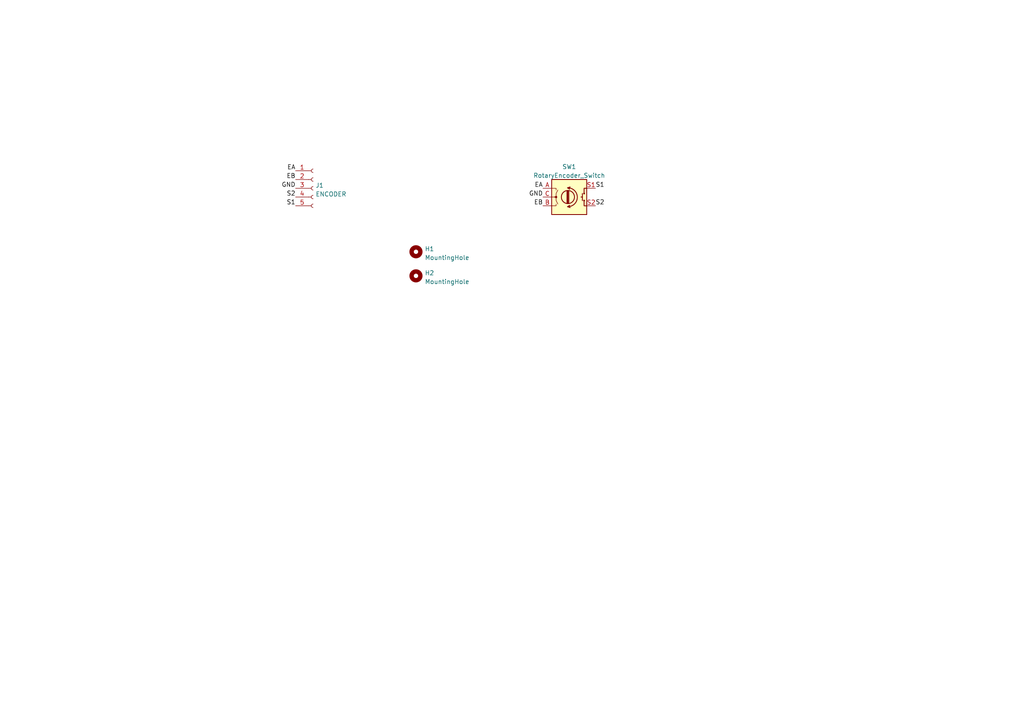
<source format=kicad_sch>
(kicad_sch (version 20211123) (generator eeschema)
  (paper "A4")
  (lib_symbols
    (symbol "Connector:Conn_01x05_Female" (pin_names (offset 1.016) hide)
      (property "Reference" "J" (at 0 7.62 0))
      (property "Value" "Conn_01x05_Female" (at 0 -7.62 0))
      (symbol "Conn_01x05_Female_1_1"
        (arc (start 0 -4.572) (mid -0.508 -5.08) (end 0 -5.588) (stroke (width 0.1524)))
        (arc (start 0 -2.032) (mid -0.508 -2.54) (end 0 -3.048) (stroke (width 0.1524)))
        (polyline (pts (xy -1.27 -5.08) (xy -0.508 -5.08)) (stroke (width 0.1524)))
        (polyline (pts (xy -1.27 -2.54) (xy -0.508 -2.54)) (stroke (width 0.1524)))
        (polyline (pts (xy -1.27 0) (xy -0.508 0)) (stroke (width 0.1524)))
        (polyline (pts (xy -1.27 2.54) (xy -0.508 2.54)) (stroke (width 0.1524)))
        (polyline (pts (xy -1.27 5.08) (xy -0.508 5.08)) (stroke (width 0.1524)))
        (arc (start 0 0.508) (mid -0.508 0) (end 0 -0.508) (stroke (width 0.1524)))
        (arc (start 0 3.048) (mid -0.508 2.54) (end 0 2.032) (stroke (width 0.1524)))
        (arc (start 0 5.588) (mid -0.508 5.08) (end 0 4.572) (stroke (width 0.1524)))
        (pin passive line (at -5.08 5.08 0) (length 3.81) (name "Pin_1") (number "1"))
        (pin passive line (at -5.08 2.54 0) (length 3.81) (name "Pin_2") (number "2"))
        (pin passive line (at -5.08 0 0) (length 3.81) (name "Pin_3") (number "3"))
        (pin passive line (at -5.08 -2.54 0) (length 3.81) (name "Pin_4") (number "4"))
        (pin passive line (at -5.08 -5.08 0) (length 3.81) (name "Pin_5") (number "5"))
      )
    )
    (symbol "Device:RotaryEncoder_Switch" (pin_names (offset 0.254) hide)
      (property "Reference" "SW" (at 0 6.604 0))
      (property "Value" "RotaryEncoder_Switch" (at 0 -6.604 0))
      (symbol "RotaryEncoder_Switch_0_1"
        (rectangle (start -5.08 5.08) (end 5.08 -5.08) (stroke (width 0.254)) (fill (type background)))
        (circle (center -3.81 0) (radius 0.254) (fill (type outline)))
        (arc (start -0.381 -2.794) (mid 2.3622 -0.0508) (end -0.381 2.667) (stroke (width 0.254)))
        (circle (center -0.381 0) (radius 1.905) (stroke (width 0.254)))
        (polyline (pts (xy -0.635 -1.778) (xy -0.635 1.778)) (stroke (width 0.254)))
        (polyline (pts (xy -0.381 -1.778) (xy -0.381 1.778)) (stroke (width 0.254)))
        (polyline (pts (xy -0.127 1.778) (xy -0.127 -1.778)) (stroke (width 0.254)))
        (polyline (pts (xy 3.81 0) (xy 3.429 0)) (stroke (width 0.254)))
        (polyline (pts (xy 3.81 1.016) (xy 3.81 -1.016)) (stroke (width 0.254)))
        (polyline (pts (xy -5.08 -2.54) (xy -3.81 -2.54) (xy -3.81 -2.032)))
        (polyline (pts (xy -5.08 2.54) (xy -3.81 2.54) (xy -3.81 2.032)))
        (polyline (pts (xy 0.254 -3.048) (xy -0.508 -2.794) (xy 0.127 -2.413)) (stroke (width 0.254)))
        (polyline (pts (xy 0.254 2.921) (xy -0.508 2.667) (xy 0.127 2.286)) (stroke (width 0.254)))
        (polyline (pts (xy 5.08 -2.54) (xy 4.318 -2.54) (xy 4.318 -1.016)) (stroke (width 0.254)))
        (polyline (pts (xy 5.08 2.54) (xy 4.318 2.54) (xy 4.318 1.016)) (stroke (width 0.254)))
        (polyline (pts (xy -5.08 0) (xy -3.81 0) (xy -3.81 -1.016) (xy -3.302 -2.032)))
        (polyline (pts (xy -4.318 0) (xy -3.81 0) (xy -3.81 1.016) (xy -3.302 2.032)))
        (circle (center 4.318 -1.016) (radius 0.127) (stroke (width 0.254)))
        (circle (center 4.318 1.016) (radius 0.127) (stroke (width 0.254)))
      )
      (symbol "RotaryEncoder_Switch_1_1"
        (pin passive line (at -7.62 2.54 0) (length 2.54) (name "A") (number "A"))
        (pin passive line (at -7.62 -2.54 0) (length 2.54) (name "B") (number "B"))
        (pin passive line (at -7.62 0 0) (length 2.54) (name "C") (number "C"))
        (pin passive line (at 7.62 2.54 180) (length 2.54) (name "S1") (number "S1"))
        (pin passive line (at 7.62 -2.54 180) (length 2.54) (name "S2") (number "S2"))
      )
    )
    (symbol "Mechanical:MountingHole" (pin_names (offset 1.016))
      (property "Reference" "H" (at 0 5.08 0))
      (property "Value" "MountingHole" (at 0 3.175 0))
      (symbol "MountingHole_0_1"
        (circle (center 0 0) (radius 1.27) (stroke (width 1.27)))
      )
    )
  )
  (label "S2" (at 172.72 59.69 0))
  (label "EA" (at 85.725 49.53 180))
  (label "GND" (at 157.48 57.15 180))
  (label "S1" (at 85.725 59.69 180))
  (label "EB" (at 85.725 52.07 180))
  (label "S1" (at 172.72 54.61 0))
  (label "GND" (at 85.725 54.61 180))
  (label "EB" (at 157.48 59.69 180))
  (label "EA" (at 157.48 54.61 180))
  (label "S2" (at 85.725 57.15 180))
  (symbol (lib_id "Mechanical:MountingHole") (at 120.65 73.025 0) (unit 1)
    (property "Reference" "H1" (at 123.19 72.1903 0) (effects (justify left)))
    (property "Value" "MountingHole" (at 123.19 74.7272 0) (effects (justify left)))
    (property "Footprint" "MountingHole:MountingHole_3.2mm_M3" (effects hide))
  )
  (symbol (lib_id "Device:RotaryEncoder_Switch") (at 165.1 57.15 0) (unit 1)
    (property "Reference" "SW1" (at 165.1 48.3702 0))
    (property "Value" "RotaryEncoder_Switch" (at 165.1 50.9071 0))
    (property "Footprint" "footprints:RollerEncoder_Panasonic_EVQWGD001" (effects hide))
  )
  (symbol (lib_id "Mechanical:MountingHole") (at 120.65 80.01 0) (unit 1)
    (property "Reference" "H2" (at 123.19 79.1753 0) (effects (justify left)))
    (property "Value" "MountingHole" (at 123.19 81.7122 0) (effects (justify left)))
    (property "Footprint" "MountingHole:MountingHole_3.2mm_M3" (effects hide))
  )
  (symbol (lib_id "Connector:Conn_01x05_Female") (at 90.805 54.61 0) (unit 1)
    (property "Reference" "J1" (at 91.5162 53.7753 0) (effects (justify left)))
    (property "Value" "ENCODER" (at 91.5162 56.3122 0) (effects (justify left)))
    (property "Footprint" "Connector_JST:JST_PH_B5B-PH-K_1x05_P2.00mm_Vertical" (effects hide))
  )
)
</source>
